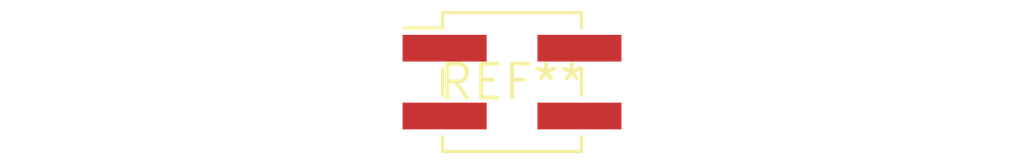
<source format=kicad_pcb>
(kicad_pcb (version 20240108) (generator pcbnew)
  (layers (0 "F.Cu" signal) (31 "B.Cu" signal) (34 "B.Paste" user) (35 "F.Paste" user) (36 "B.SilkS" user "B.Silkscreen") (37 "F.SilkS" user "F.Silkscreen") (38 "B.Mask" user) (39 "F.Mask" user) (44 "Edge.Cuts" user))
  (net 0 "")
  (footprint "PinHeader_2x02_P2.54mm_Vertical_SMD" (layer "F.Cu") (at 0 0)
    (property "Reference" "REF**")
    (property "Value" "PinHeader_2x02_P2.54mm_Vertical_SMD")
    (fp_line (start -4.04 -2.03) (end -2.6 -2.03) (layer "F.SilkS") (stroke (width 0.12)))
    (fp_line (start -2.6 -2.6) (end -2.6 -2.03) (layer "F.SilkS") (stroke (width 0.12)))
    (fp_line (start -2.6 -2.6) (end 2.6 -2.6) (layer "F.SilkS") (stroke (width 0.12)))
    (fp_line (start -2.6 -0.51) (end -2.6 0.51) (layer "F.SilkS") (stroke (width 0.12)))
    (fp_line (start -2.6 2.03) (end -2.6 2.6) (layer "F.SilkS") (stroke (width 0.12)))
    (fp_line (start -2.6 2.6) (end 2.6 2.6) (layer "F.SilkS") (stroke (width 0.12)))
    (fp_line (start 2.6 -2.6) (end 2.6 -2.03) (layer "F.SilkS") (stroke (width 0.12)))
    (fp_line (start 2.6 -0.51) (end 2.6 0.51) (layer "F.SilkS") (stroke (width 0.12)))
    (fp_line (start 2.6 2.03) (end 2.6 2.6) (layer "F.SilkS") (stroke (width 0.12)))
    (pad "1" smd rect (at -2.525 -1.27) (size 3.15 1) (layers "F.Cu" "F.Paste" "F.Mask"))
    (pad "2" smd rect (at 2.525 -1.27) (size 3.15 1) (layers "F.Cu" "F.Paste" "F.Mask"))
    (pad "3" smd rect (at -2.525 1.27) (size 3.15 1) (layers "F.Cu" "F.Paste" "F.Mask"))
    (pad "4" smd rect (at 2.525 1.27) (size 3.15 1) (layers "F.Cu" "F.Paste" "F.Mask"))
  )
)
</source>
